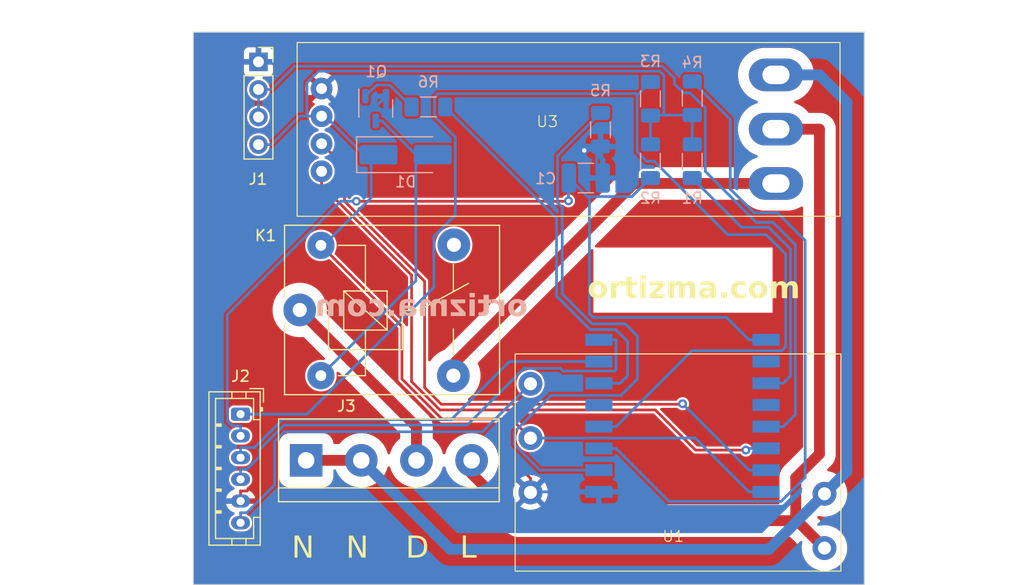
<source format=kicad_pcb>
(kicad_pcb (version 20221018) (generator pcbnew)
  (title_block (title "WiFi AC Dimmer") (date "2023-07-15") (rev "1.0.0") (company "Pablo Ortiz López"))
  (layers (0 "F.Cu" signal) (31 "B.Cu" signal) (34 "B.Paste" user) (35 "F.Paste" user) (36 "B.SilkS" user "B.Silkscreen") (37 "F.SilkS" user "F.Silkscreen") (38 "B.Mask" user) (39 "F.Mask" user) (44 "Edge.Cuts" user))
  (net 0 "")
  (net 1 "NEUT")
  (net 2 "LAMP")
  (net 3 "LINE")
  (net 4 "+3.3V")
  (net 5 "/EN")
  (net 6 "/REST")
  (net 7 "/GPIO0")
  (net 8 "/GPIO2")
  (net 9 "GND")
  (net 10 "/GPIO15")
  (net 11 "/RX")
  (net 12 "/TX")
  (net 13 "+5V")
  (net 14 "/ADC")
  (net 15 "/GPIO16")
  (net 16 "/GPIO14")
  (net 17 "/GPIO12")
  (net 18 "/GPIO13")
  (net 19 "/GPIO4")
  (net 20 "/GPIO5")
  (net 21 "Net-(Q1-B)")
  (net 22 "Net-(D1-A)")
  (net 23 "DIMMER_OUT")
  (footprint "Connector_JST:JST_PH_B6B-PH-K_1x06_P2.00mm_Vertical" (layer "F.Cu") (at 126.9 106.45 -90)
    (fp_text reference "J2" (at -3.5 0 -180) (layer "F.SilkS"))
    (fp_text value "Serial Terminals")
    (fp_line (start -2.36 -2.11) (end -2.36 -0.86) (stroke (width 0.12)) (layer "F.SilkS"))
    (fp_line (start -2.06 -1.81) (end -2.06 2.91) (stroke (width 0.12)) (layer "F.SilkS"))
    (fp_line (start -2.06 -0.5) (end -1.45 -0.5) (stroke (width 0.12)) (layer "F.SilkS"))
    (fp_line (start -2.06 0.8) (end -1.45 0.8) (stroke (width 0.12)) (layer "F.SilkS"))
    (fp_line (start -2.06 2.91) (end 12.06 2.91) (stroke (width 0.12)) (layer "F.SilkS"))
    (fp_line (start -1.45 -1.2) (end -1.45 2.3) (stroke (width 0.12)) (layer "F.SilkS"))
    (fp_line (start -1.45 2.3) (end 11.45 2.3) (stroke (width 0.12)) (layer "F.SilkS"))
    (fp_line (start -1.11 -2.11) (end -2.36 -2.11) (stroke (width 0.12)) (layer "F.SilkS"))
    (fp_line (start -0.6 -2.01) (end -0.6 -1.81) (stroke (width 0.12)) (layer "F.SilkS"))
    (fp_line (start -0.3 -2.01) (end -0.6 -2.01) (stroke (width 0.12)) (layer "F.SilkS"))
    (fp_line (start -0.3 -1.91) (end -0.6 -1.91) (stroke (width 0.12)) (layer "F.SilkS"))
    (fp_line (start -0.3 -1.81) (end -0.3 -2.01) (stroke (width 0.12)) (layer "F.SilkS"))
    (fp_line (start 0.5 -1.81) (end 0.5 -1.2) (stroke (width 0.12)) (layer "F.SilkS"))
    (fp_line (start 0.5 -1.2) (end -1.45 -1.2) (stroke (width 0.12)) (layer "F.SilkS"))
    (fp_line (start 0.9 1.8) (end 1.1 1.8) (stroke (width 0.12)) (layer "F.SilkS"))
    (fp_line (start 0.9 2.3) (end 0.9 1.8) (stroke (width 0.12)) (layer "F.SilkS"))
    (fp_line (start 1 2.3) (end 1 1.8) (stroke (width 0.12)) (layer "F.SilkS"))
    (fp_line (start 1.1 1.8) (end 1.1 2.3) (stroke (width 0.12)) (layer "F.SilkS"))
    (fp_line (start 2.9 1.8) (end 3.1 1.8) (stroke (width 0.12)) (layer "F.SilkS"))
    (fp_line (start 2.9 2.3) (end 2.9 1.8) (stroke (width 0.12)) (layer "F.SilkS"))
    (fp_line (start 3 2.3) (end 3 1.8) (stroke (width 0.12)) (layer "F.SilkS"))
    (fp_line (start 3.1 1.8) (end 3.1 2.3) (stroke (width 0.12)) (layer "F.SilkS"))
    (fp_line (start 4.9 1.8) (end 5.1 1.8) (stroke (width 0.12)) (layer "F.SilkS"))
    (fp_line (start 4.9 2.3) (end 4.9 1.8) (stroke (width 0.12)) (layer "F.SilkS"))
    (fp_line (start 5 2.3) (end 5 1.8) (stroke (width 0.12)) (layer "F.SilkS"))
    (fp_line (start 5.1 1.8) (end 5.1 2.3) (stroke (width 0.12)) (layer "F.SilkS"))
    (fp_line (start 6.9 1.8) (end 7.1 1.8) (stroke (width 0.12)) (layer "F.SilkS"))
    (fp_line (start 6.9 2.3) (end 6.9 1.8) (stroke (width 0.12)) (layer "F.SilkS"))
    (fp_line (start 7 2.3) (end 7 1.8) (stroke (width 0.12)) (layer "F.SilkS"))
    (fp_line (start 7.1 1.8) (end 7.1 2.3) (stroke (width 0.12)) (layer "F.SilkS"))
    (fp_line (start 8.9 1.8) (end 9.1 1.8) (stroke (width 0.12)) (layer "F.SilkS"))
    (fp_line (start 8.9 2.3) (end 8.9 1.8) (stroke (width 0.12)) (layer "F.SilkS"))
    (fp_line (start 9 2.3) (end 9 1.8) (stroke (width 0.12)) (layer "F.SilkS"))
    (fp_line (start 9.1 1.8) (end 9.1 2.3) (stroke (width 0.12)) (layer "F.SilkS"))
    (fp_line (start 9.5 -1.2) (end 9.5 -1.81) (stroke (width 0.12)) (layer "F.SilkS"))
    (fp_line (start 11.45 -1.2) (end 9.5 -1.2) (stroke (width 0.12)) (layer "F.SilkS"))
    (fp_line (start 11.45 2.3) (end 11.45 -1.2) (stroke (width 0.12)) (layer "F.SilkS"))
    (fp_line (start 12.06 -1.81) (end -2.06 -1.81) (stroke (width 0.12)) (layer "F.SilkS"))
    (fp_line (start 12.06 -0.5) (end 11.45 -0.5) (stroke (width 0.12)) (layer "F.SilkS"))
    (fp_line (start 12.06 0.8) (end 11.45 0.8) (stroke (width 0.12)) (layer "F.SilkS"))
    (fp_line (start 12.06 2.91) (end 12.06 -1.81) (stroke (width 0.12)) (layer "F.SilkS"))
    (pad "1" thru_hole roundrect (at 0 0 270) (size 1.2 1.75) (drill 0.75) (layers "*.Cu" "*.Mask") (roundrect_rratio 0.2083333333) (net 7 "/GPIO0"))
    (pad "2" thru_hole oval (at 2 0 270) (size 1.2 1.75) (drill 0.75) (layers "*.Cu" "*.Mask") (net 6 "/REST"))
    (pad "3" thru_hole oval (at 4 0 270) (size 1.2 1.75) (drill 0.75) (layers "*.Cu" "*.Mask") (net 11 "/RX"))
    (pad "4" thru_hole oval (at 6 0 270) (size 1.2 1.75) (drill 0.75) (layers "*.Cu" "*.Mask") (net 12 "/TX"))
    (pad "5" thru_hole oval (at 8 0 270) (size 1.2 1.75) (drill 0.75) (layers "*.Cu" "*.Mask") (net 9 "GND"))
    (pad "6" thru_hole oval (at 10 0 270) (size 1.2 1.75) (drill 0.75) (layers "*.Cu" "*.Mask") (net 13 "+5V"))
  )
  (footprint "AA_Footprints:RF Receiver" (layer "F.Cu") (at 128.55 74)
    (fp_text reference "J1" (at -0.05 10.8 180) (layer "F.SilkS"))
    (fp_text value "433MHz_ASK_Superheterodyne_Receiver")
    (fp_line (start -1.33 1.27) (end -1.33 8.95) (stroke (width 0.12)) (layer "F.SilkS"))
    (fp_line (start -1.33 1.27) (end 1.33 1.27) (stroke (width 0.12)) (layer "F.SilkS"))
    (fp_line (start -1.33 8.95) (end 1.33 8.95) (stroke (width 0.12)) (layer "F.SilkS"))
    (fp_line (start 0 -1.33) (end 1.33 -1.33) (stroke (width 0.12)) (layer "F.SilkS"))
    (fp_line (start 1.33 -1.33) (end 1.33 0) (stroke (width 0.12)) (layer "F.SilkS"))
    (fp_line (start 1.33 1.27) (end 1.33 8.95) (stroke (width 0.12)) (layer "F.SilkS"))
    (pad "1" thru_hole rect (at 0 0) (size 1.7 1.7) (drill 1) (layers "*.Cu" "*.Mask") (net 9 "GND"))
    (pad "2" thru_hole oval (at 0 2.54) (size 1.7 1.7) (drill 1) (layers "*.Cu" "*.Mask") (net 16 "/GPIO14"))
    (pad "3" thru_hole oval (at 0 5.08) (size 1.7 1.7) (drill 1) (layers "*.Cu" "*.Mask") (net 16 "/GPIO14"))
    (pad "4" thru_hole oval (at 0 7.62) (size 1.7 1.7) (drill 1) (layers "*.Cu" "*.Mask") (net 4 "+3.3V"))
  )
  (footprint "AA_Footprints:5V07" (layer "F.Cu") (at 166.75 111.06)
    (fp_text reference "U1" (at 0 6.64 unlocked) (layer "F.SilkS") (effects (font (thickness 0.1))))
    (fp_text value "5V07 Transformer")
    (fp_rect (start -14.56 9.84) (end 15.44 -10.16) (stroke (width 0.1)) (fill none) (layer "F.SilkS"))
    (pad "1" thru_hole circle (at 13.93 7.72) (size 2.2 2.2) (drill 1.2) (layers "*.Cu" "*.Mask") (net 3 "LINE"))
    (pad "2" thru_hole circle (at 13.93 2.72) (size 2.2 2.2) (drill 1.2) (layers "*.Cu" "*.Mask") (net 1 "NEUT"))
    (pad "3" thru_hole circle (at -13.15 2.59) (size 2.2 2.2) (drill 1.2) (layers "*.Cu" "*.Mask") (net 9 "GND"))
    (pad "4" thru_hole circle (at -13.15 -2.41) (size 2.2 2.2) (drill 1.2) (layers "*.Cu" "*.Mask") (net 4 "+3.3V"))
    (pad "5" thru_hole circle (at -13.15 -7.41) (size 2.2 2.2) (drill 1.2) (layers "*.Cu" "*.Mask") (net 13 "+5V"))
  )
  (footprint "Relay_THT:Relay_SPDT_SANYOU_SRD_Series_Form_C" (layer "F.Cu") (at 132.35 96.85)
    (fp_text reference "K1" (at -3.15 -6.85) (layer "F.SilkS"))
    (fp_text value "SANYOU_SRD_Form_C")
    (fp_line (start -1.4 -7.8) (end -1.4 -1.2) (stroke (width 0.12)) (layer "F.SilkS"))
    (fp_line (start -1.4 -7.8) (end 18.4 -7.8) (stroke (width 0.12)) (layer "F.SilkS"))
    (fp_line (start -1.4 1.2) (end -1.4 7.8) (stroke (width 0.12)) (layer "F.SilkS"))
    (fp_line (start 2.65 0.05) (end 1.85 0.05) (stroke (width 0.12)) (layer "F.SilkS"))
    (fp_line (start 2.65 0.05) (end 2.65 3.65) (stroke (width 0.12)) (layer "F.SilkS"))
    (fp_line (start 3.55 6.05) (end 6.05 6.05) (stroke (width 0.12)) (layer "F.SilkS"))
    (fp_line (start 4.05 -1.75) (end 8.05 -1.75) (stroke (width 0.12)) (layer "F.SilkS"))
    (fp_line (start 4.05 1.85) (end 4.05 -1.75) (stroke (width 0.12)) (layer "F.SilkS"))
    (fp_line (start 6.05 -5.95) (end 3.55 -5.95) (stroke (width 0.12)) (layer "F.SilkS"))
    (fp_line (start 6.05 -5.95) (end 6.05 -1.75) (stroke (width 0.12)) (layer "F.SilkS"))
    (fp_line (start 6.05 1.85) (end 6.05 6.05) (stroke (width 0.12)) (layer "F.SilkS"))
    (fp_line (start 8.05 -1.75) (end 8.05 1.85) (stroke (width 0.12)) (layer "F.SilkS"))
    (fp_line (start 8.05 1.85) (end 4.05 -1.75) (stroke (width 0.12)) (layer "F.SilkS"))
    (fp_line (start 8.05 1.85) (end 4.05 1.85) (stroke (width 0.12)) (layer "F.SilkS"))
    (fp_line (start 9.45 0.05) (end 9.45 3.65) (stroke (width 0.12)) (layer "F.SilkS"))
    (fp_line (start 9.45 0.05) (end 10.95 0.05) (stroke (width 0.12)) (layer "F.SilkS"))
    (fp_line (start 9.45 3.65) (end 2.65 3.65) (stroke (width 0.12)) (layer "F.SilkS"))
    (fp_line (start 10.95 0.05) (end 15.55 -2.45) (stroke (width 0.12)) (layer "F.SilkS"))
    (fp_line (start 14.15 -4.2) (end 14.15 -1.7) (stroke (width 0.12)) (layer "F.SilkS"))
    (fp_line (start 14.15 4.2) (end 14.15 1.75) (stroke (width 0.12)) (layer "F.SilkS"))
    (fp_line (start 18.4 -7.8) (end 18.4 7.8) (stroke (width 0.12)) (layer "F.SilkS"))
    (fp_line (start 18.4 7.8) (end -1.4 7.8) (stroke (width 0.12)) (layer "F.SilkS"))
    (pad "1" thru_hole circle (at 0 0 90) (size 3 3) (drill 1.3) (layers "*.Cu" "*.Mask") (net 2 "LAMP"))
    (pad "2" thru_hole circle (at 1.95 6.05 90) (size 2.5 2.5) (drill 1) (layers "*.Cu" "*.Mask") (net 22 "Net-(D1-A)"))
    (pad "3" thru_hole circle (at 14.15 6.05 90) (size 3 3) (drill 1.3) (layers "*.Cu" "*.Mask") (net 23 "DIMMER_OUT"))
    (pad "4" thru_hole circle (at 14.2 -6 90) (size 3 3) (drill 1.3) (layers "*.Cu" "*.Mask"))
    (pad "5" thru_hole circle (at 1.95 -5.95 90) (size 2.5 2.5) (drill 1) (layers "*.Cu" "*.Mask") (net 4 "+3.3V"))
  )
  (footprint "AA_Footprints:Terminal_KF128-4P" (layer "F.Cu") (at 132.94 110.7)
    (fp_text reference "J3" (at 3.71 -5) (layer "F.SilkS"))
    (fp_text value "AC Terminals")
    (fp_line (start -2.54 -3.81) (end -2.54 3.81) (stroke (width 0.12)) (layer "F.SilkS"))
    (fp_line (start -2.54 -3.81) (end 17.78 -3.81) (stroke (width 0.12)) (layer "F.SilkS"))
    (fp_line (start -2.54 3.81) (end 17.78 3.81) (stroke (width 0.12)) (layer "F.SilkS"))
    (fp_line (start 17.78 2.54) (end -2.54 2.54) (stroke (width 0.12)) (layer "F.SilkS"))
    (fp_line (start 17.78 3.81) (end 17.78 -3.81) (stroke (width 0.12)) (layer "F.SilkS"))
    (pad "1" thru_hole rect (at 0 0) (size 3 3) (drill 1.52) (layers "*.Cu" "*.Mask") (net 1 "NEUT"))
    (pad "2" thru_hole circle (at 5.08 0) (size 3 3) (drill 1.52) (layers "*.Cu" "*.Mask") (net 1 "NEUT"))
    (pad "3" thru_hole circle (at 10.16 0) (size 3 3) (drill 1.52) (layers "*.Cu" "*.Mask") (net 2 "LAMP"))
    (pad "4" thru_hole circle (at 15.24 0) (size 3 3) (drill 1.52) (layers "*.Cu" "*.Mask") (net 3 "LINE"))
  )
  (footprint "AA_Footprints:AC Dimmer 4A" (layer "F.Cu") (at 157.5 80.2)
    (fp_text reference "U3" (at -2.35 -0.7 unlocked) (layer "F.SilkS") (effects (font (thickness 0.1))))
    (fp_text value "AC_Dimmer_4A" hide)
    (fp_rect (start -25.39 8.02) (end 24.61 -7.98) (stroke (width 0.1)) (fill none) (layer "F.SilkS"))
    (pad "1" thru_hole circle (at -23.14 -3.74) (size 2 2) (drill 1) (layers "*.Cu" "*.Mask") (net 9 "GND"))
    (pad "2" thru_hole circle (at -23.14 -1.2) (size 2 2) (drill 1) (layers "*.Cu" "*.Mask") (net 4 "+3.3V"))
    (pad "3" thru_hole circle (at -23.14 1.34) (size 2 2) (drill 1) (layers "*.Cu" "*.Mask") (net 18 "/GPIO13"))
    (pad "4" thru_hole circle (at -23.14 3.88) (size 2 2) (drill 1) (layers "*.Cu" "*.Mask") (net 17 "/GPIO12"))
    (pad "5" thru_hole oval (at 18.71 -5) (size 5 3) (drill oval 2.5 1.7) (layers "*.Cu" "*.Mask") (net 1 "NEUT"))
    (pad "6" thru_hole oval (at 18.71 0) (size 5 3) (drill oval 2.5 1.7) (layers "*.Cu" "*.Mask") (net 3 "LINE"))
    (pad "7" thru_hole oval (at 18.71 5) (size 5 3) (drill oval 2.5 1.7) (layers "*.Cu" "*.Mask") (net 23 "DIMMER_OUT"))
  )
  (footprint "Diode_SMD:D_SMA_Handsoldering" (layer "B.Cu") (at 142.1 82.55)
    (fp_text reference "D1" (at 0 2.5) (layer "B.SilkS") (effects (justify mirror)))
    (fp_text value "1N4007")
    (fp_line (start -4.51 -1.65) (end 2.5 -1.65) (stroke (width 0.12)) (layer "B.SilkS"))
    (fp_line (start -4.51 1.65) (end -4.51 -1.65) (stroke (width 0.12)) (layer "B.SilkS"))
    (fp_line (start -4.51 1.65) (end 2.5 1.65) (stroke (width 0.12)) (layer "B.SilkS"))
    (pad "1" smd roundrect (at -2.5 0) (size 3.5 1.8) (layers "B.Cu" "B.Paste" "B.Mask") (roundrect_rratio 0.1388888889) (net 4 "+3.3V"))
    (pad "2" smd roundrect (at 2.5 0) (size 3.5 1.8) (layers "B.Cu" "B.Paste" "B.Mask") (roundrect_rratio 0.1388888889) (net 22 "Net-(D1-A)"))
  )
  (footprint "Resistor_SMD:R_1206_3216Metric_Pad1.30x1.75mm_HandSolder" (layer "B.Cu") (at 164.65 83.15 -90)
    (fp_text reference "R2" (at 3.4 0 -360) (layer "B.SilkS") (effects (justify mirror)))
    (fp_text value "10K" hide)
    (fp_line (start -0.727064 -0.91) (end 0.727064 -0.91) (stroke (width 0.12)) (layer "B.SilkS"))
    (fp_line (start -0.727064 0.91) (end 0.727064 0.91) (stroke (width 0.12)) (layer "B.SilkS"))
    (pad "1" smd roundrect (at -1.55 0 270) (size 1.3 1.75) (layers "B.Cu" "B.Paste" "B.Mask") (roundrect_rratio 0.1923076923) (net 4 "+3.3V"))
    (pad "2" smd roundrect (at 1.55 0 270) (size 1.3 1.75) (layers "B.Cu" "B.Paste" "B.Mask") (roundrect_rratio 0.1923076923) (net 6 "/REST"))
  )
  (footprint "Resistor_SMD:R_1206_3216Metric_Pad1.30x1.75mm_HandSolder" (layer "B.Cu") (at 168.5 77.35 90)
    (fp_text reference "R4" (at 3.3 0) (layer "B.SilkS") (effects (justify mirror)))
    (fp_text value "10K" hide)
    (fp_line (start -0.727064 -0.91) (end 0.727064 -0.91) (stroke (width 0.12)) (layer "B.SilkS"))
    (fp_line (start -0.727064 0.91) (end 0.727064 0.91) (stroke (width 0.12)) (layer "B.SilkS"))
    (pad "1" smd roundrect (at -1.55 0 90) (size 1.3 1.75) (layers "B.Cu" "B.Paste" "B.Mask") (roundrect_rratio 0.1923076923) (net 4 "+3.3V"))
    (pad "2" smd roundrect (at 1.55 0 90) (size 1.3 1.75) (layers "B.Cu" "B.Paste" "B.Mask") (roundrect_rratio 0.1923076923) (net 8 "/GPIO2"))
  )
  (footprint "Capacitor_SMD:C_1210_3225Metric_Pad1.33x2.70mm_HandSolder" (layer "B.Cu") (at 158.7 84.7)
    (fp_text reference "C1" (at -3.7 0.05) (layer "B.SilkS") (effects (justify mirror)))
    (fp_text value "100nF" hide)
    (fp_line (start -0.711252 -1.36) (end 0.711252 -1.36) (stroke (width 0.12)) (layer "B.SilkS"))
    (fp_line (start -0.711252 1.36) (end 0.711252 1.36) (stroke (width 0.12)) (layer "B.SilkS"))
    (pad "1" smd roundrect (at -1.5625 0) (size 1.325 2.7) (layers "B.Cu" "B.Paste" "B.Mask") (roundrect_rratio 0.1886792453) (net 6 "/REST"))
    (pad "2" smd roundrect (at 1.5625 0) (size 1.325 2.7) (layers "B.Cu" "B.Paste" "B.Mask") (roundrect_rratio 0.1886792453) (net 9 "GND"))
  )
  (footprint "AA_Footprints:SOT-23-3-BC" (layer "B.Cu") (at 139.35 78.3 -90)
    (fp_text reference "Q1" (at -3.4 -0.05) (layer "B.SilkS") (effects (justify mirror)))
    (fp_text value "BC547" hide)
    (fp_line (start 0 -1.56) (end -0.8 -1.56) (stroke (width 0.12)) (layer "B.SilkS"))
    (fp_line (start 0 -1.56) (end 0.8 -1.56) (stroke (width 0.12)) (layer "B.SilkS"))
    (fp_line (start 0 1.56) (end -1.8 1.56) (stroke (width 0.12)) (layer "B.SilkS"))
    (fp_line (start 0 1.56) (end 0.8 1.56) (stroke (width 0.12)) (layer "B.SilkS"))
    (pad "1" smd roundrect (at 1.1375 0 270) (size 1.325 0.6) (layers "B.Cu" "B.Paste" "B.Mask") (net 22 "Net-(D1-A)"))
    (pad "2" smd roundrect (at -1.1375 0.95 270) (size 1.325 0.6) (layers "B.Cu" "B.Paste" "B.Mask") (net 21 "Net-(Q1-B)"))
    (pad "3" smd roundrect (at -1.1375 -0.95 270) (size 1.325 0.6) (layers "B.Cu" "B.Paste" "B.Mask") (net 9 "GND"))
  )
  (footprint "Resistor_SMD:R_1206_3216Metric_Pad1.30x1.75mm_HandSolder" (layer "B.Cu") (at 164.65 77.4 90)
    (fp_text reference "R3" (at 3.45 0) (layer "B.SilkS") (effects (justify mirror)))
    (fp_text value "10K" hide)
    (fp_line (start -0.727064 -0.91) (end 0.727064 -0.91) (stroke (width 0.12)) (layer "B.SilkS"))
    (fp_line (start -0.727064 0.91) (end 0.727064 0.91) (stroke (width 0.12)) (layer "B.SilkS"))
    (pad "1" smd roundrect (at -1.55 0 90) (size 1.3 1.75) (layers "B.Cu" "B.Paste" "B.Mask") (roundrect_rratio 0.1923076923) (net 4 "+3.3V"))
    (pad "2" smd roundrect (at 1.55 0 90) (size 1.3 1.75) (layers "B.Cu" "B.Paste" "B.Mask") (roundrect_rratio 0.1923076923) (net 7 "/GPIO0"))
  )
  (footprint "Resistor_SMD:R_1206_3216Metric_Pad1.30x1.75mm_HandSolder" (layer "B.Cu") (at 144.2 78.15 180)
    (fp_text reference "R6" (at 0 2.3 180) (layer "B.SilkS") (effects (justify mirror)))
    (fp_text value "1k" hide)
    (fp_line (start -0.727064 -0.91) (end 0.727064 -0.91) (stroke (width 0.12)) (layer "B.SilkS"))
    (fp_line (start -0.727064 0.91) (end 0.727064 0.91) (stroke (width 0.12)) (layer "B.SilkS"))
    (pad "1" smd roundrect (at -1.55 0 180) (size 1.3 1.75) (layers "B.Cu" "B.Paste" "B.Mask") (roundrect_rratio 0.1923076923) (net 20 "/GPIO5"))
    (pad "2" smd roundrect (at 1.55 0 180) (size 1.3 1.75) (layers "B.Cu" "B.Paste" "B.Mask") (roundrect_rratio 0.1923076923) (net 21 "Net-(Q1-B)"))
  )
  (footprint "Resistor_SMD:R_1206_3216Metric_Pad1.30x1.75mm_HandSolder" (layer "B.Cu") (at 168.5 83.15 -90)
    (fp_text reference "R1" (at 3.4 0 -360) (layer "B.SilkS") (effects (justify mirror)))
    (fp_text value "10K" hide)
    (fp_line (start -0.727064 -0.91) (end 0.727064 -0.91) (stroke (width 0.12)) (layer "B.SilkS"))
    (fp_line (start -0.727064 0.91) (end 0.727064 0.91) (stroke (width 0.12)) (layer "B.SilkS"))
    (pad "1" smd roundrect (at -1.55 0 270) (size 1.3 1.75) (layers "B.Cu" "B.Paste" "B.Mask") (roundrect_rratio 0.1923076923) (net 4 "+3.3V"))
    (pad "2" smd roundrect (at 1.55 0 270) (size 1.3 1.75) (layers "B.Cu" "B.Paste" "B.Mask") (roundrect_rratio 0.1923076923) (net 5 "/EN"))
  )
  (footprint "AA_Footprints:ESP-12E_SMD_Simple" (layer "B.Cu") (at 174.6 99.6 180)
    (fp_text reference "U2" hide)
    (fp_text value "ESP-12F" hide)
    (pad "1" smd rect (at 0 0 180) (size 2.5 1.1) (drill (offset -0.7 0)) (layers "B.Cu" "B.Paste" "B.Mask") (net 6 "/REST"))
    (pad "2" smd rect (at 0 -2 180) (size 2.5 1.1) (drill (offset -0.7 0)) (layers "B.Cu" "B.Paste" "B.Mask") (net 14 "/ADC"))
    (pad "3" smd rect (at 0 -4 180) (size 2.5 1.1) (drill (offset -0.7 0)) (layers "B.Cu" "B.Paste" "B.Mask") (net 5 "/EN"))
    (pad "4" smd rect (at 0 -6 180) (size 2.5 1.1) (drill (offset -0.7 0)) (layers "B.Cu" "B.Paste" "B.Mask") (net 15 "/GPIO16"))
    (pad "5" smd rect (at 0 -8 180) (size 2.5 1.1) (drill (offset -0.7 0)) (layers "B.Cu" "B.Paste" "B.Mask") (net 16 "/GPIO14"))
    (pad "6" smd rect (at 0 -10 180) (size 2.5 1.1) (drill (offset -0.7 0)) (layers "B.Cu" "B.Paste" "B.Mask") (net 17 "/GPIO12"))
    (pad "7" smd rect (at 0 -12 180) (size 2.5 1.1) (drill (offset -0.7 0)) (layers "B.Cu" "B.Paste" "B.Mask") (net 18 "/GPIO13"))
    (pad "8" smd rect (at 0 -14 180) (size 2.5 1.1) (drill (offset -0.7 0)) (layers "B.Cu" "B.Paste" "B.Mask") (net 4 "+3.3V"))
    (pad "9" smd rect (at 14 -14 180) (size 2.5 1.1) (drill (offset 0.7 0)) (layers "B.Cu" "B.Paste" "B.Mask") (net 9 "GND"))
    (pad "10" smd rect (at 14 -12 180) (size 2.5 1.1) (drill (offset 0.7 0)) (layers "B.Cu" "B.Paste" "B.Mask") (net 10 "/GPIO15"))
    (pad "11" smd rect (at 14 -10 180) (size 2.5 1.1) (drill (offset 0.7 0)) (layers "B.Cu" "B.Paste" "B.Mask") (net 8 "/GPIO2"))
    (pad "12" smd rect (at 14 -8 180) (size 2.5 1.1) (drill (offset 0.7 0)) (layers "B.Cu" "B.Paste" "B.Mask") (net 7 "/GPIO0"))
    (pad "13" smd rect (at 14 -6 180) (size 2.5 1.1) (drill (offset 0.7 0)) (layers "B.Cu" "B.Paste" "B.Mask") (net 19 "/GPIO4"))
    (pad "14" smd rect (at 14 -4 180) (size 2.5 1.1) (drill (offset 0.7 0)) (layers "B.Cu" "B.Paste" "B.Mask") (net 20 "/GPIO5"))
    (pad "15" smd rect (at 14 -2 180) (size 2.5 1.1) (drill (offset 0.7 0)) (layers "B.Cu" "B.Paste" "B.Mask") (net 11 "/RX"))
    (pad "16" smd rect (at 14 0 180) (size 2.5 1.1) (drill (offset 0.7 0)) (layers "B.Cu" "B.Paste" "B.Mask") (net 12 "/TX"))
  )
  (footprint "Resistor_SMD:R_1206_3216Metric_Pad1.30x1.75mm_HandSolder" (layer "B.Cu") (at 160.05 80.25 90)
    (fp_text reference "R5" (at 3.6 0) (layer "B.SilkS") (effects (justify mirror)))
    (fp_text value "10K" hide)
    (fp_line (start -0.727064 -0.91) (end 0.727064 -0.91) (stroke (width 0.12)) (layer "B.SilkS"))
    (fp_line (start -0.727064 0.91) (end 0.727064 0.91) (stroke (width 0.12)) (layer "B.SilkS"))
    (pad "1" smd roundrect (at -1.55 0 90) (size 1.3 1.75) (layers "B.Cu" "B.Paste" "B.Mask") (roundrect_rratio 0.1923076923) (net 9 "GND"))
    (pad "2" smd roundrect (at 1.55 0 90) (size 1.3 1.75) (layers "B.Cu" "B.Paste" "B.Mask") (roundrect_rratio 0.1923076923) (net 10 "/GPIO15"))
  )
  (gr_rect (start 122.55 71.25) (end 184.35 122.15) (stroke (width 0.1)) (fill none) (layer "Edge.Cuts"))
  (gr_text "ortizma.com" (at 153.35 97.75) (layer "B.SilkS") (effects (font (size 2 2) (thickness 0.3) bold) (justify left bottom mirror)))
  (gr_text "N" (at 136.6 120) (layer "F.SilkS") (effects (font (size 2 2) (thickness 0.2)) (justify left bottom)))
  (gr_text "L" (at 147.1 120) (layer "F.SilkS") (effects (font (size 2 2) (thickness 0.2)) (justify left bottom)))
  (gr_text "D" (at 142.1 120) (layer "F.SilkS") (effects (font (size 2 2) (thickness 0.2)) (justify left bottom)))
  (gr_text "N" (at 131.6 120) (layer "F.SilkS") (effects (font (size 2 2) (thickness 0.2)) (justify left bottom)))
  (gr_text "ortizma.com" (at 158.85 96.1) (layer "F.SilkS") (effects (font (size 2 2) (thickness 0.3) bold) (justify left bottom)))
  (segment (start 138.02 110.7) (end 132.94 110.7) (width 1) (layer "F.Cu") (net 1))
  (segment (start 182.75 111.71) (end 182.75 77.7381) (width 1) (layer "B.Cu") (net 1))
  (segment (start 146.22 118.9) (end 175.56 118.9) (width 1) (layer "B.Cu") (net 1))
  (segment (start 180.2119 75.2) (end 176.21 75.2) (width 1) (layer "B.Cu") (net 1))
  (segment (start 182.75 77.7381) (end 180.2119 75.2) (width 1) (layer "B.Cu") (net 1))
  (segment (start 180.68 113.78) (end 182.75 111.71) (width 1) (layer "B.Cu") (net 1))
  (segment (start 138.02 110.7) (end 146.22 118.9) (width 1) (layer "B.Cu") (net 1))
  (segment (start 175.56 118.9) (end 180.68 113.78) (width 1) (layer "B.Cu") (net 1))
  (segment (start 143.1 107.6) (end 143.1 110.7) (width 1) (layer "F.Cu") (net 2))
  (segment (start 132.35 96.85) (end 143.1 107.6) (width 1) (layer "F.Cu") (net 2))
  (segment (start 148.18 110.7) (end 148.18 111.9255) (width 1) (layer "F.Cu") (net 3))
  (segment (start 148.18 111.9255) (end 152.5094 116.2549) (width 1) (layer "F.Cu") (net 3))
  (segment (start 176.21 80.2) (end 180.2119 80.2) (width 1) (layer "F.Cu") (net 3))
  (segment (start 178.0328 116.1328) (end 180.68 118.78) (width 1) (layer "F.Cu") (net 3))
  (segment (start 180.2119 80.2) (end 180.2119 110.1179) (width 1) (layer "F.Cu") (net 3))
  (segment (start 178.0328 112.297) (end 178.0328 116.1328) (width 1) (layer "F.Cu") (net 3))
  (segment (start 152.5094 116.2549) (end 177.9107 116.2549) (width 1) (layer "F.Cu") (net 3))
  (segment (start 177.9107 116.2549) (end 178.0328 116.1328) (width 1) (layer "F.Cu") (net 3))
  (segment (start 180.2119 110.1179) (end 178.0328 112.297) (width 1) (layer "F.Cu") (net 3))
  (segment (start 145.4524 106.8947) (end 151.8447 106.8947) (width 0.25) (layer "F.Cu") (net 4))
  (segment (start 134.3 90.9) (end 141.7644 98.3644) (width 0.25) (layer "F.Cu") (net 4))
  (segment (start 151.8447 106.8947) (end 153.6 108.65) (width 0.25) (layer "F.Cu") (net 4))
  (segment (start 141.7644 103.2067) (end 145.4524 106.8947) (width 0.25) (layer "F.Cu") (net 4))
  (segment (start 141.7644 98.3644) (end 141.7644 103.2067) (width 0.25) (layer "F.Cu") (net 4))
  (segment (start 173.7231 113.6) (end 168.7731 108.65) (width 0.25) (layer "B.Cu") (net 4))
  (segment (start 165.8898 75.2477) (end 165.5008 74.8587) (width 0.25) (layer "B.Cu") (net 4))
  (segment (start 168.7731 108.65) (end 153.6 108.65) (width 0.25) (layer "B.Cu") (net 4))
  (segment (start 133.0136 79) (end 132.3469 79) (width 0.25) (layer "B.Cu") (net 4))
  (segment (start 174.6 113.6) (end 173.7231 113.6) (width 0.25) (layer "B.Cu") (net 4))
  (segment (start 168.5 78.9) (end 165.8898 78.9) (width 0.25) (layer "B.Cu") (net 4))
  (segment (start 165.5008 74.8587) (end 134.0692 74.8587) (width 0.25) (layer "B.Cu") (net 4))
  (segment (start 138.9315 83.2185) (end 134.713 79) (width 0.25) (layer "B.Cu") (net 4))
  (segment (start 132.3469 79) (end 129.7269 81.62) (width 0.25) (layer "B.Cu") (net 4))
  (segment (start 164.7 78.9) (end 164.65 78.95) (width 0.25) (layer "B.Cu") (net 4))
  (segment (start 134.0692 74.8587) (end 133.0136 75.9143) (width 0.25) (layer "B.Cu") (net 4))
  (segment (start 165.8898 78.9) (end 165.8898 75.2477) (width 0.25) (layer "B.Cu") (net 4))
  (segment (start 139.6 82.55) (end 138.9315 83.2185) (width 0.25) (layer "B.Cu") (net 4))
  (segment (start 164.65 78.95) (end 164.65 81.6) (width 0.25) (layer "B.Cu") (net 4))
  (segment (start 134.3 90.9) (end 134.5466 90.9) (width 0.25) (layer "B.Cu") (net 4))
  (segment (start 168.5 78.9) (end 168.5 81.6) (width 0.25) (layer "B.Cu") (net 4))
  (segment (start 165.8898 78.9) (end 164.7 78.9) (width 0.25) (layer "B.Cu") (net 4))
  (segment (start 138.9315 86.5151) (end 138.9315 83.2185) (width 0.25) (layer "B.Cu") (net 4))
  (segment (start 133.0136 75.9143) (end 133.0136 79) (width 0.25) (layer "B.Cu") (net 4))
  (segment (start 134.5466 90.9) (end 138.9315 86.5151) (width 0.25) (layer "B.Cu") (net 4))
  (segment (start 134.36 79) (end 133.0136 79) (width 0.25) (layer "B.Cu") (net 4))
  (segment (start 134.713 79) (end 134.36 79) (width 0.25) (layer "B.Cu") (net 4))
  (segment (start 128.55 81.62) (end 129.7269 81.62) (width 0.25) (layer "B.Cu") (net 4))
  (segment (start 173.0358 89.2358) (end 168.5 84.7) (width 0.25) (layer "B.Cu") (net 5))
  (segment (start 177.55 102.9269) (end 177.55 91.25) (width 0.25) (layer "B.Cu") (net 5))
  (segment (start 174.6 103.6) (end 176.8769 103.6) (width 0.25) (layer "B.Cu") (net 5))
  (segment (start 176.8769 103.6) (end 177.55 102.9269) (width 0.25) (layer "B.Cu") (net 5))
  (segment (start 177.55 91.25) (end 175.5358 89.2358) (width 0.25) (layer "B.Cu") (net 5))
  (segment (start 175.5358 89.2358) (end 173.0358 89.2358) (width 0.25) (layer "B.Cu") (net 5))
  (segment (start 157.0603 86.8397) (end 137.5662 86.8397) (width 0.25) (layer "F.Cu") (net 6))
  (segment (start 157.1 86.8) (end 157.0603 86.8397) (width 0.25) (layer "F.Cu") (net 6))
  (via (at 137.5662 86.8397) (size 0.8) (drill 0.4) (layers "F.Cu" "B.Cu") (net 6))
  (via (at 157.1 86.8) (size 0.8) (drill 0.4) (layers "F.Cu" "B.Cu") (net 6))
  (segment (start 125.676 97.2851) (end 136.1214 86.8397) (width 0.25) (layer "B.Cu") (net 6))
  (segment (start 126.107 107.5231) (end 125.676 107.0921) (width 0.25) (layer "B.Cu") (net 6))
  (segment (start 157.1375 84.7) (end 158.8399 86.4024) (width 0.25) (layer "B.Cu") (net 6))
  (segment (start 157.1 84.7375) (end 157.1375 84.7) (width 0.25) (layer "B.Cu") (net 6))
  (segment (start 136.1214 86.8397) (end 137.5662 86.8397) (width 0.25) (layer "B.Cu") (net 6))
  (segment (start 173.7231 99.6) (end 171.6615 97.5384) (width 0.25) (layer "B.Cu") (net 6))
  (segment (start 159.031 97.1951) (end 159.031 86.4024) (width 0.25) (layer "B.Cu") (net 6))
  (segment (start 162.9476 86.4024) (end 164.65 84.7) (width 0.25) (layer "B.Cu") (net 6))
  (segment (start 157.1 86.8) (end 157.1 84.7375) (width 0.25) (layer "B.Cu") (net 6))
  (segment (start 125.676 107.0921) (end 125.676 97.2851) (width 0.25) (layer "B.Cu") (net 6))
  (segment (start 158.8399 86.4024) (end 159.031 86.4024) (width 0.25) (layer "B.Cu") (net 6))
  (segment (start 126.9 107.5231) (end 126.107 107.5231) (width 0.25) (layer "B.Cu") (net 6))
  (segment (start 174.6 99.6) (end 173.7231 99.6) (width 0.25) (layer "B.Cu") (net 6))
  (segment (start 159.031 86.4024) (end 162.9476 86.4024) (width 0.25) (layer "B.Cu") (net 6))
  (segment (start 171.6615 97.5384) (end 159.3743 97.5384) (width 0.25) (layer "B.Cu") (net 6))
  (segment (start 159.3743 97.5384) (end 159.031 97.1951) (width 0.25) (layer "B.Cu") (net 6))
  (segment (start 126.9 108.45) (end 126.9 107.5231) (width 0.25) (layer "B.Cu") (net 6))
  (segment (start 163.4294 77.0706) (end 163.2825 76.9237) (width 0.25) (layer "B.Cu") (net 7))
  (segment (start 163.4294 77.0706) (end 164.65 75.85) (width 0.25) (layer "B.Cu") (net 7))
  (segment (start 133.0257 106.45) (end 126.9 106.45) (width 0.25) (layer "B.Cu") (net 7))
  (segment (start 177.1 100.25) (end 176.75 100.6) (width 0.25) (layer "B.Cu") (net 7))
  (segment (start 163.4294 82.2723) (end 164.3071 83.15) (width 0.25) (layer "B.Cu") (net 7))
  (segment (start 144.7073 94.7684) (end 133.0257 106.45) (width 0.25) (layer "B.Cu") (net 7))
  (segment (start 163.2825 76.9237) (end 145.1013 76.9237) (width 0.25) (layer "B.Cu") (net 7))
  (segment (start 146.6779 88.1038) (end 144.7073 90.0744) (width 0.25) (layer "B.Cu") (net 7))
  (segment (start 163.4294 77.0706) (end 163.4294 82.2723) (width 0.25) (layer "B.Cu") (net 7))
  (segment (start 177.1 91.7) (end 177.1 100.25) (width 0.25) (layer "B.Cu") (net 7))
  (segment (start 164.9975 83.15) (end 171.7603 89.9128) (width 0.25) (layer "B.Cu") (net 7))
  (segment (start 146.6779 80.9323) (end 146.6779 88.1038) (width 0.25) (layer "B.Cu") (net 7))
  (segment (start 144.7633 79.0177) (end 146.6779 80.9323) (width 0.25) (layer "B.Cu") (net 7))
  (segment (start 161.4769 107.6) (end 160.6 107.6) (width 0.25) (layer "B.Cu") (net 7))
  (segment (start 171.7603 89.9128) (end 175.3128 89.9128) (width 0.25) (layer "B.Cu") (net 7))
  (segment (start 145.1013 76.9237) (end 144.7633 77.2617) (width 0.25) (layer "B.Cu") (net 7))
  (segment (start 168.4769 100.6) (end 161.4769 107.6) (width 0.25) (layer "B.Cu") (net 7))
  (segment (start 144.7633 77.2617) (end 144.7633 79.0177) (width 0.25) (layer "B.Cu") (net 7))
  (segment (start 175.3128 89.9128) (end 177.1 91.7) (width 0.25) (layer "B.Cu") (net 7))
  (segment (start 164.3071 83.15) (end 164.9975 83.15) (width 0.25) (layer "B.Cu") (net 7))
  (segment (start 144.7073 90.0744) (end 144.7073 94.7684) (width 0.25) (layer "B.Cu") (net 7))
  (segment (start 176.75 100.6) (end 168.4769 100.6) (width 0.25) (layer "B.Cu") (net 7))
  (segment (start 174.2055 87.9162) (end 171.9989 85.7096) (width 0.25) (layer "B.Cu") (net 8))
  (segment (start 166.3538 114.4769) (end 176.6909 114.4769) (width 0.25) (layer "B.Cu") (net 8))
  (segment (start 171.9989 79.2989) (end 168.5 75.8) (width 0.25) (layer "B.Cu") (net 8))
  (segment (start 176.6909 114.4769) (end 178.9 112.2678) (width 0.25) (layer "B.Cu") (net 8))
  (segment (start 161.4769 109.6) (end 166.3538 114.4769) (width 0.25) (layer "B.Cu") (net 8))
  (segment (start 178.9 112.2678) (end 178.9 90.45) (width 0.25) (layer "B.Cu") (net 8))
  (segment (start 176.3662 87.9162) (end 174.2055 87.9162) (width 0.25) (layer "B.Cu") (net 8))
  (segment (start 171.9989 85.7096) (end 171.9989 79.2989) (width 0.25) (layer "B.Cu") (net 8))
  (segment (start 160.6 109.6) (end 161.4769 109.6) (width 0.25) (layer "B.Cu") (net 8))
  (segment (start 178.9 90.45) (end 176.3662 87.9162) (width 0.25) (layer "B.Cu") (net 8))
  (segment (start 153.6 112.35) (end 148.6629 107.4129) (width 0.25) (layer "F.Cu") (net 9))
  (segment (start 148.6629 107.4129) (end 145.3228 107.4129) (width 0.25) (layer "F.Cu") (net 9))
  (segment (start 132.7083 77.3784) (end 132.9068 77.1799) (width 0.25) (layer "F.Cu") (net 9))
  (segment (start 133.925 93.425) (end 132.7 93.425) (width 0.25) (layer "F.Cu") (net 9))
  (segment (start 132.9068 77.1799) (end 129.7269 74) (width 0.25) (layer "F.Cu") (net 9))
  (segment (start 133.6401 77.1799) (end 132.9068 77.1799) (width 0.25) (layer "F.Cu") (net 9))
  (segment (start 139.0863 101.1764) (end 139.0863 98.5863) (width 0.25) (layer "F.Cu") (net 9))
  (segment (start 131.575 93.425) (end 128.2371 96.7629) (width 0.25) (layer "F.Cu") (net 9))
  (segment (start 134.36 76.46) (end 133.6401 77.1799) (width 0.25) (layer "F.Cu") (net 9))
  (segment (start 126.9 113.5231) (end 126.9 114.45) (width 0.25) (layer "F.Cu") (net 9))
  (segment (start 132.7 93.425) (end 131.575 93.425) (width 0.25) (layer "F.Cu") (net 9))
  (segment (start 132.7 93.25) (end 132.7 93.425) (width 0.25) (layer "F.Cu") (net 9))
  (segment (start 132.7083 93.4167) (end 132.7083 77.3784) (width 0.25) (layer "F.Cu") (net 9))
  (segment (start 128.55 74) (end 129.7269 74) (width 0.25) (layer "F.Cu") (net 9))
  (segment (start 128.2371 112.7653) (end 127.4793 113.5231) (width 0.25) (layer "F.Cu") (net 9))
  (segment (start 139.0863 98.5863) (end 133.925 93.425) (width 0.25) (layer "F.Cu") (net 9))
  (segment (start 134.36 76.46) (end 140.0573 82.1573) (width 0.25) (layer "F.Cu") (net 9))
  (segment (start 153.6 113.65) (end 153.6 112.35) (width 0.25) (layer "F.Cu") (net 9))
  (segment (start 145.3228 107.4129) (end 139.0863 101.1764) (width 0.25) (layer "F.Cu") (net 9))
  (segment (start 132.7 93.425) (end 132.7083 93.4167) (width 0.25) (layer "F.Cu") (net 9))
  (segment (start 140.0573 82.1573) (end 158.5511 82.1573) (width 0.25) (layer "F.Cu") (net 9))
  (segment (start 127.4793 113.5231) (end 126.9 113.5231) (width 0.25) (layer "F.Cu") (net 9))
  (segment (start 128.2371 96.7629) (end 128.2371 112.7653) (width 0.25) (layer "F.Cu") (net 9))
  (via (at 158.5511 82.1573) (size 0.8) (drill 0.4) (layers "F.Cu" "B.Cu") (net 9))
  (segment (start 159.6927 82.1573) (end 160.05 81.8) (width 0.25) (layer "B.Cu") (net 9))
  (segment (start 159.6927 82.1573) (end 159.6927 84.1302) (width 0.25) (layer "B.Cu") (net 9))
  (segment (start 139.2804 78.1821) (end 136.0821 78.1821) (width 0.25) (layer "B.Cu") (net 9))
  (segment (start 136.0821 78.1821) (end 134.36 76.46) (width 0.25) (layer "B.Cu") (net 9))
  (segment (start 159.6927 84.1302) (end 160.2625 84.7) (width 0.25) (layer "B.Cu") (net 9))
  (segment (start 158.5511 82.1573) (end 159.6927 82.1573) (width 0.25) (layer "B.Cu") (net 9))
  (segment (start 140.3 77.1625) (end 139.2804 78.1821) (width 0.25) (layer "B.Cu") (net 9))
  (segment (start 153.65 113.6) (end 160.6 113.6) (width 0.25) (layer "B.Cu") (net 9))
  (segment (start 153.6 113.65) (end 153.65 113.6) (width 0.25) (layer "B.Cu") (net 9))
  (segment (start 163.45 99.25) (end 162.3286 98.1286) (width 0.25) (layer "B.Cu") (net 10))
  (segment (start 152.1284 109.2563) (end 152.1284 108.0738) (width 0.25) (layer "B.Cu") (net 10))
  (segment (start 152.1284 108.0738) (end 155.4803 104.7219) (width 0.25) (layer "B.Cu") (net 10))
  (segment (start 156.0946 82.6554) (end 160.05 78.7) (width 0.25) (layer "B.Cu") (net 10))
  (segment (start 159.2773 98.1286) (end 156.5259 95.3772) (width 0.25) (layer "B.Cu") (net 10))
  (segment (start 156.5259 95.3772) (end 156.5259 87.4055) (width 0.25) (layer "B.Cu") (net 10))
  (segment (start 161.9459 104.7219) (end 163.45 103.2178) (width 0.25) (layer "B.Cu") (net 10))
  (segment (start 162.3286 98.1286) (end 159.2773 98.1286) (width 0.25) (layer "B.Cu") (net 10))
  (segment (start 154.4721 111.6) (end 152.1284 109.2563) (width 0.25) (layer "B.Cu") (net 10))
  (segment (start 163.45 103.2178) (end 163.45 99.25) (width 0.25) (layer "B.Cu") (net 10))
  (segment (start 155.4803 104.7219) (end 161.9459 104.7219) (width 0.25) (layer "B.Cu") (net 10))
  (segment (start 156.5259 87.4055) (end 156.0946 86.9742) (width 0.25) (layer "B.Cu") (net 10))
  (segment (start 156.0946 86.9742) (end 156.0946 82.6554) (width 0.25) (layer "B.Cu") (net 10))
  (segment (start 160.6 111.6) (end 154.4721 111.6) (width 0.25) (layer "B.Cu") (net 10))
  (segment (start 160.6 101.6) (end 151.6501 101.6) (width 0.25) (layer "B.Cu") (net 11))
  (segment (start 151.6501 101.6) (end 146.3046 106.9455) (width 0.25) (layer "B.Cu") (net 11))
  (segment (start 146.3046 106.9455) (end 130.7679 106.9455) (width 0.25) (layer "B.Cu") (net 11))
  (segment (start 130.7679 106.9455) (end 128.1903 109.5231) (width 0.25) (layer "B.Cu") (net 11))
  (segment (start 128.1903 109.5231) (end 126.9 109.5231) (width 0.25) (layer "B.Cu") (net 11))
  (segment (start 126.9 110.45) (end 126.9 109.5231) (width 0.25) (layer "B.Cu") (net 11))
  (segment (start 161.3491 102.4769) (end 156.6009 102.4769) (width 0.25) (layer "B.Cu") (net 12))
  (segment (start 161.4769 102.3491) (end 161.3491 102.4769) (width 0.25) (layer "B.Cu") (net 12))
  (segment (start 161.4769 99.6) (end 161.4769 102.3491) (width 0.25) (layer "B.Cu") (net 12))
  (segment (start 156.3463 102.2223) (end 153.0098 102.2223) (width 0.25) (layer "B.Cu") (net 12))
  (segment (start 130.9011 107.4514) (end 128.6379 109.7146) (width 0.25) (layer "B.Cu") (net 12))
  (segment (start 126.9 112.45) (end 126.9 111.5231) (width 0.25) (layer "B.Cu") (net 12))
  (segment (start 153.0098 102.2223) (end 147.7807 107.4514) (width 0.25) (layer "B.Cu") (net 12))
  (segment (start 147.7807 107.4514) (end 130.9011 107.4514) (width 0.25) (layer "B.Cu") (net 12))
  (segment (start 128.6379 110.3619) (end 127.4767 111.5231) (width 0.25) (layer "B.Cu") (net 12))
  (segment (start 156.6009 102.4769) (end 156.3463 102.2223) (width 0.25) (layer "B.Cu") (net 12))
  (segment (start 127.4767 111.5231) (end 126.9 111.5231) (width 0.25) (layer "B.Cu") (net 12))
  (segment (start 128.6379 109.7146) (end 128.6379 110.3619) (width 0.25) (layer "B.Cu") (net 12))
  (segment (start 160.6 99.6) (end 161.4769 99.6) (width 0.25) (layer "B.Cu") (net 12))
  (segment (start 149.1812 108.0688) (end 153.6 103.65) (width 0.25) (layer "B.Cu") (net 13))
  (segment (start 126.9 116.45) (end 126.9 115.5231) (width 0.25) (layer "B.Cu") (net 13))
  (segment (start 126.9 115.5231) (end 127.4767 115.5231) (width 0.25) (layer "B.Cu") (net 13))
  (segment (start 130.0358 112.964) (end 130.0358 108.9558) (width 0.25) (layer "B.Cu") (net 13))
  (segment (start 130.9228 108.0688) (end 149.1812 108.0688) (width 0.25) (layer "B.Cu") (net 13))
  (segment (start 127.4767 115.5231) (end 130.0358 112.964) (width 0.25) (layer "B.Cu") (net 13))
  (segment (start 130.0358 108.9558) (end 130.9228 108.0688) (width 0.25) (layer "B.Cu") (net 13))
  (segment (start 174.4045 88.7839) (end 169.7029 84.0823) (width 0.25) (layer "B.Cu") (net 16))
  (segment (start 168.2966 76.8545) (end 167.6832 76.8545) (width 0.25) (layer "B.Cu") (net 16))
  (segment (start 175.9339 88.7839) (end 174.4045 88.7839) (width 0.25) (layer "B.Cu") (net 16))
  (segment (start 169.7029 84.0823) (end 169.7029 78.2608) (width 0.25) (layer "B.Cu") (net 16))
  (segment (start 174.6 107.6) (end 176.8769 107.6) (width 0.25) (layer "B.Cu") (net 16))
  (segment (start 169.7029 78.2608) (end 168.2966 76.8545) (width 0.25) (layer "B.Cu") (net 16))
  (segment (start 165.7522 74.3991) (end 131.8678 74.3991) (width 0.25) (layer "B.Cu") (net 16))
  (segment (start 166.877 76.0483) (end 166.877 75.5239) (width 0.25) (layer "B.Cu") (net 16))
  (segment (start 167.6832 76.8545) (end 166.877 76.0483) (width 0.25) (layer "B.Cu") (net 16))
  (segment (start 128.55 79.08) (end 128.55 76.54) (width 0.25) (layer "B.Cu") (net 16))
  (segment (start 131.8678 74.3991) (end 129.7269 76.54) (width 0.25) (layer "B.Cu") (net 16))
  (segment (start 129.7269 76.54) (end 128.55 76.54) (width 0.25) (layer "B.Cu") (net 16))
  (segment (start 178 106.4769) (end 178 90.85) (width 0.25) (layer "B.Cu") (net 16))
  (segment (start 176.8769 107.6) (end 178 106.4769) (width 0.25) (layer "B.Cu") (net 16))
  (segment (start 166.877 75.5239) (end 165.7522 74.3991) (width 0.25) (layer "B.Cu") (net 16))
  (segment (start 178 90.85) (end 175.9339 88.7839) (width 0.25) (layer "B.Cu") (net 16))
  (segment (start 134.36 84.08) (end 134.36 85.3581) (width 0.25) (layer "F.Cu") (net 17))
  (segment (start 165.0981 106.0565) (end 168.7954 109.7538) (width 0.25) (layer "F.Cu") (net 17))
  (segment (start 142.6488 103.4442) (end 145.2611 106.0565) (width 0.25) (layer "F.Cu") (net 17))
  (segment (start 142.6488 93.6469) (end 142.6488 103.4442) (width 0.25) (layer "F.Cu") (net 17))
  (segment (start 134.36 85.3581) (end 142.6488 93.6469) (width 0.25) (layer "F.Cu") (net 17))
  (segment (start 168.7954 109.7538) (end 173.4375 109.7538) (width 0.25) (layer "F.Cu") (net 17))
  (segment (start 145.2611 106.0565) (end 165.0981 106.0565) (width 0.25) (layer "F.Cu") (net 17))
  (via (at 173.4375 109.7538) (size 0.8) (drill 0.4) (layers "F.Cu" "B.Cu") (net 17))
  (segment (start 173.4375 109.7538) (end 173.5693 109.7538) (width 0.25) (layer "B.Cu") (net 17))
  (segment (start 173.5693 109.7538) (end 173.7231 109.6) (width 0.25) (layer "B.Cu") (net 17))
  (segment (start 174.6 109.6) (end 173.7231 109.6) (width 0.25) (layer "B.Cu") (net 17))
  (segment (start 136.466 86.825) (end 136.466 83.646) (width 0.25) (layer "F.Cu") (net 18))
  (segment (start 145.3885 105.5369) (end 143.8517 104.0001) (width 0.25) (layer "F.Cu") (net 18))
  (segment (start 143.8517 94.2107) (end 136.466 86.825) (width 0.25) (layer "F.Cu") (net 18))
  (segment (start 136.466 83.646) (end 134.36 81.54) (width 0.25) (layer "F.Cu") (net 18))
  (segment (start 167.6089 105.4858) (end 167.5578 105.5369) (width 0.25) (layer "F.Cu") (net 18))
  (segment (start 143.8517 104.0001) (end 143.8517 94.2107) (width 0.25) (layer "F.Cu") (net 18))
  (segment (start 167.5578 105.5369) (end 145.3885 105.5369) (width 0.25) (layer "F.Cu") (net 18))
  (via (at 167.6089 105.4858) (size 0.8) (drill 0.4) (layers "F.Cu" "B.Cu") (net 18))
  (segment (start 173.7231 111.6) (end 167.6089 105.4858) (width 0.25) (layer "B.Cu") (net 18))
  (segment (start 174.6 111.6) (end 173.7231 111.6) (width 0.25) (layer "B.Cu") (net 18))
  (segment (start 155.9987 95.5648) (end 155.9987 88.3987) (width 0.25) (layer "B.Cu") (net 20))
  (segment (start 161.45 98.65) (end 159.0839 98.65) (width 0.25) (layer "B.Cu") (net 20))
  (segment (start 159.0839 98.65) (end 155.9987 95.5648) (width 0.25) (layer "B.Cu") (net 20))
  (segment (start 161.85 103.6) (end 162.55 102.9) (width 0.25) (layer "B.Cu") (net 20))
  (segment (start 162.55 102.9) (end 162.55 99.75) (width 0.25) (layer "B.Cu") (net 20))
  (segment (start 155.9987 88.3987) (end 145.75 78.15) (width 0.25) (layer "B.Cu") (net 20))
  (segment (start 160.6 103.6) (end 161.85 103.6) (width 0.25) (layer "B.Cu") (net 20))
  (segment (start 162.55 99.75) (end 161.45 98.65) (width 0.25) (layer "B.Cu") (net 20))
  (segment (start 140.6406 76.1406) (end 142.65 78.15) (width 0.25) (layer "B.Cu") (net 21))
  (segment (start 138.4 77.1625) (end 139.4219 76.1406) (width 0.25) (layer "B.Cu") (net 21))
  (segment (start 139.4219 76.1406) (end 140.6406 76.1406) (width 0.25) (layer "B.Cu") (net 21))
  (segment (start 143.0438 82.55) (end 144.6 82.55) (width 0.25) (layer "B.Cu") (net 22))
  (segment (start 143.0438 94.1562) (end 134.3 102.9) (width 0.25) (layer "B.Cu") (net 22))
  (segment (start 143.0438 82.55) (end 143.0438 94.1562) (width 0.25) (layer "B.Cu") (net 22))
  (segment (start 139.35 79.4375) (end 139.9313 79.4375) (width 0.25) (layer "B.Cu") (net 22))
  (segment (start 139.9313 79.4375) (end 143.0438 82.55) (width 0.25) (layer "B.Cu") (net 22))
  (segment (start 163.1371 85.2) (end 146.5 101.8371) (width 1) (layer "F.Cu") (net 23))
  (segment (start 172.2081 85.2) (end 163.1371 85.2) (width 1) (layer "F.Cu") (net 23))
  (segment (start 146.5 101.8371) (end 146.5 102.9) (width 1) (layer "F.Cu") (net 23))
  (segment (start 176.21 85.2) (end 172.2081 85.2) (width 1) (layer "F.Cu") (net 23))
  (zone (net 0) (net_name "") (layers "F&B.Cu") (name "Antenna") (connect_pads (clearance 0)) (min_thickness 0.25)
    (keepout (tracks not_allowed) (vias not_allowed) (pads not_allowed) (copperpour not_allowed) (footprints allowed))
    (fill (thermal_gap 0.5) (thermal_bridge_width 0.5))
    (polygon (pts (xy 159.4 97.1) (xy 159.4 91.1) (xy 175.9 91.1) (xy 175.9 97.1)))
  )
  (zone (net 9) (net_name "GND") (layers "F&B.Cu") (connect_pads (clearance 0)) (min_thickness 0.25) (fill yes (thermal_gap 0.5) (thermal_bridge_width 0.5))
    (polygon (pts (xy 122.55 71.25) (xy 184.35 71.25) (xy 184.35 122.15) (xy 122.55 122.15)))
  )
)
</source>
